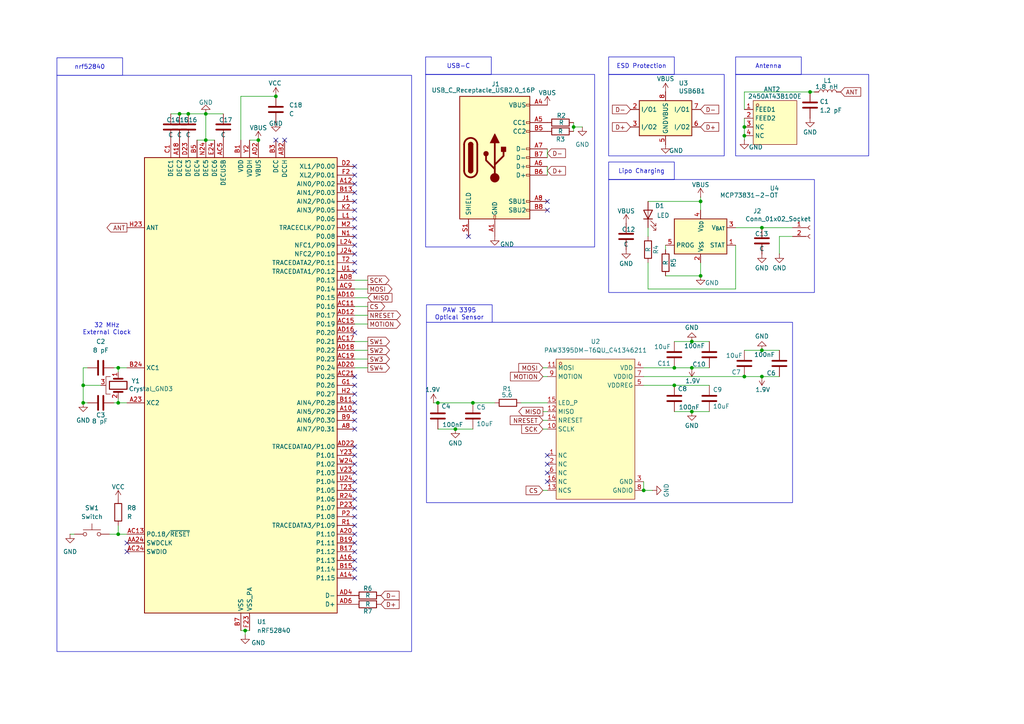
<source format=kicad_sch>
(kicad_sch (version 20250114) (generator "eeschema") (generator_version "9.0")
  (paper "A4")
  (lib_symbols
    (symbol "Battery_Management:MCP73831-2-OT"
      (property "Reference" "U" (at -7.62 6.35 0))
      (property "Value" "MCP73831-2-OT" (at 1.27 6.35 0))
      (symbol "MCP73831-2-OT_0_1"
        (rectangle (start -7.62 5.08) (end 7.62 -5.08) (stroke (width 0.254)) (fill (type background)))
      )
      (symbol "MCP73831-2-OT_1_1"
        (pin input line (at -10.16 -2.54 0) (length 2.54) (name "PROG") (number "5"))
        (pin power_in line (at 0 7.62 270) (length 2.54) (name "V_{DD}") (number "4"))
        (pin power_in line (at 0 -7.62 90) (length 2.54) (name "V_{SS}") (number "2"))
        (pin power_out line (at 10.16 2.54 180) (length 2.54) (name "V_{BAT}") (number "3"))
        (pin tri_state line (at 10.16 -2.54 180) (length 2.54) (name "STAT") (number "1"))
      )
    )
    (symbol "Connector:Conn_01x02_Socket" (pin_names (offset 1.016) (hide yes))
      (property "Reference" "J" (at 0 2.54 0))
      (property "Value" "Conn_01x02_Socket" (at 0 -5.08 0))
      (symbol "Conn_01x02_Socket_1_1"
        (polyline (pts (xy -1.27 0) (xy -0.508 0)) (stroke (width 0.1524)))
        (polyline (pts (xy -1.27 -2.54) (xy -0.508 -2.54)) (stroke (width 0.1524)))
        (arc (start 0 -0.508) (mid -0.5058 0) (end 0 0.508) (stroke (width 0.1524)))
        (arc (start 0 -3.048) (mid -0.5058 -2.54) (end 0 -2.032) (stroke (width 0.1524)))
        (pin passive line (at -5.08 0 0) (length 3.81) (name "Pin_1") (number "1"))
        (pin passive line (at -5.08 -2.54 0) (length 3.81) (name "Pin_2") (number "2"))
      )
    )
    (symbol "Connector:USB_C_Receptacle_USB2.0_16P" (pin_names (offset 1.016))
      (property "Reference" "J" (at 0 22.225 0))
      (property "Value" "USB_C_Receptacle_USB2.0_16P" (at 0 19.685 0))
      (symbol "USB_C_Receptacle_USB2.0_16P_0_0"
        (rectangle (start -0.254 -17.78) (end 0.254 -16.764))
        (rectangle (start 10.16 15.494) (end 9.144 14.986))
        (rectangle (start 10.16 10.414) (end 9.144 9.906))
        (rectangle (start 10.16 7.874) (end 9.144 7.366))
        (rectangle (start 10.16 2.794) (end 9.144 2.286))
        (rectangle (start 10.16 0.254) (end 9.144 -0.254))
        (rectangle (start 10.16 -2.286) (end 9.144 -2.794))
        (rectangle (start 10.16 -4.826) (end 9.144 -5.334))
        (rectangle (start 10.16 -12.446) (end 9.144 -12.954))
        (rectangle (start 10.16 -14.986) (end 9.144 -15.494))
      )
      (symbol "USB_C_Receptacle_USB2.0_16P_0_1"
        (rectangle (start -10.16 17.78) (end 10.16 -17.78) (stroke (width 0.254)) (fill (type background)))
        (polyline (pts (xy -8.89 -3.81) (xy -8.89 3.81)) (stroke (width 0.508)))
        (rectangle (start -7.62 -3.81) (end -6.35 3.81) (stroke (width 0.254)) (fill (type outline)))
        (arc (start -7.62 3.81) (mid -6.985 4.4423) (end -6.35 3.81) (stroke (width 0.254)))
        (arc (start -7.62 3.81) (mid -6.985 4.4423) (end -6.35 3.81) (stroke (width 0.254)) (fill (type outline)))
        (arc (start -8.89 3.81) (mid -6.985 5.7067) (end -5.08 3.81) (stroke (width 0.508)))
        (arc (start -5.08 -3.81) (mid -6.985 -5.7067) (end -8.89 -3.81) (stroke (width 0.508)))
        (arc (start -6.35 -3.81) (mid -6.985 -4.4423) (end -7.62 -3.81) (stroke (width 0.254)))
        (arc (start -6.35 -3.81) (mid -6.985 -4.4423) (end -7.62 -3.81) (stroke (width 0.254)) (fill (type outline)))
        (polyline (pts (xy -5.08 3.81) (xy -5.08 -3.81)) (stroke (width 0.508)))
        (circle (center -2.54 1.143) (radius 0.635) (stroke (width 0.254)) (fill (type outline)))
        (polyline (pts (xy -1.27 4.318) (xy 0 6.858) (xy 1.27 4.318) (xy -1.27 4.318)) (stroke (width 0.254)) (fill (type outline)))
        (polyline (pts (xy 0 -2.032) (xy 2.54 0.508) (xy 2.54 1.778)) (stroke (width 0.508)))
        (polyline (pts (xy 0 -3.302) (xy -2.54 -0.762) (xy -2.54 0.508)) (stroke (width 0.508)))
        (polyline (pts (xy 0 -5.842) (xy 0 4.318)) (stroke (width 0.508)))
        (circle (center 0 -5.842) (radius 1.27) (fill (type outline)))
        (rectangle (start 1.905 1.778) (end 3.175 3.048) (stroke (width 0.254)) (fill (type outline)))
      )
      (symbol "USB_C_Receptacle_USB2.0_16P_1_1"
        (pin passive line (at -7.62 -22.86 90) (length 5.08) (name "SHIELD") (number "S1"))
        (pin passive line (at 0 -22.86 90) (length 5.08) (name "GND") (number "A1"))
        (pin passive line (at 0 -22.86 90) (length 5.08) (hide yes) (name "GND") (number "A12"))
        (pin passive line (at 0 -22.86 90) (length 5.08) (hide yes) (name "GND") (number "B1"))
        (pin passive line (at 0 -22.86 90) (length 5.08) (hide yes) (name "GND") (number "B12"))
        (pin passive line (at 15.24 15.24 180) (length 5.08) (name "VBUS") (number "A4"))
        (pin passive line (at 15.24 15.24 180) (length 5.08) (hide yes) (name "VBUS") (number "A9"))
        (pin passive line (at 15.24 15.24 180) (length 5.08) (hide yes) (name "VBUS") (number "B4"))
        (pin passive line (at 15.24 15.24 180) (length 5.08) (hide yes) (name "VBUS") (number "B9"))
        (pin bidirectional line (at 15.24 10.16 180) (length 5.08) (name "CC1") (number "A5"))
        (pin bidirectional line (at 15.24 7.62 180) (length 5.08) (name "CC2") (number "B5"))
        (pin bidirectional line (at 15.24 2.54 180) (length 5.08) (name "D-") (number "A7"))
        (pin bidirectional line (at 15.24 0 180) (length 5.08) (name "D-") (number "B7"))
        (pin bidirectional line (at 15.24 -2.54 180) (length 5.08) (name "D+") (number "A6"))
        (pin bidirectional line (at 15.24 -5.08 180) (length 5.08) (name "D+") (number "B6"))
        (pin bidirectional line (at 15.24 -12.7 180) (length 5.08) (name "SBU1") (number "A8"))
        (pin bidirectional line (at 15.24 -15.24 180) (length 5.08) (name "SBU2") (number "B8"))
      )
    )
    (symbol "Device:C" (pin_numbers (hide yes)) (pin_names (offset 0.254))
      (property "Reference" "C" (at 0.635 2.54 0))
      (property "Value" "C" (at 0.635 -2.54 0))
      (symbol "C_0_1"
        (polyline (pts (xy -2.032 0.762) (xy 2.032 0.762)) (stroke (width 0.508)))
        (polyline (pts (xy -2.032 -0.762) (xy 2.032 -0.762)) (stroke (width 0.508)))
      )
      (symbol "C_1_1"
        (pin passive line (at 0 3.81 270) (length 2.794) (name "~") (number "1"))
        (pin passive line (at 0 -3.81 90) (length 2.794) (name "~") (number "2"))
      )
    )
    (symbol "Device:Crystal_GND3" (pin_names (offset 1.016) (hide yes))
      (property "Reference" "Y" (at 0 5.715 0))
      (property "Value" "Crystal_GND3" (at 0 3.81 0))
      (symbol "Crystal_GND3_0_1"
        (polyline (pts (xy -2.54 0) (xy -1.905 0)))
        (polyline (pts (xy -2.54 -2.286) (xy -2.54 -3.556) (xy 2.54 -3.556) (xy 2.54 -2.286)))
        (polyline (pts (xy -1.905 -1.27) (xy -1.905 1.27)) (stroke (width 0.508)))
        (rectangle (start -1.143 2.54) (end 1.143 -2.54) (stroke (width 0.3048)))
        (polyline (pts (xy 0 -3.81) (xy 0 -3.556)))
        (polyline (pts (xy 1.905 1.27) (xy 1.905 -1.27)) (stroke (width 0.508)))
        (polyline (pts (xy 1.905 0) (xy 2.54 0)))
      )
      (symbol "Crystal_GND3_1_1"
        (pin passive line (at -3.81 0 0) (length 1.27) (name "1") (number "1"))
        (pin passive line (at 0 -5.08 90) (length 1.27) (name "3") (number "3"))
        (pin passive line (at 3.81 0 180) (length 1.27) (name "2") (number "2"))
      )
    )
    (symbol "Device:L" (pin_numbers (hide yes)) (pin_names (offset 1.016) (hide yes))
      (property "Reference" "L" (at -1.27 0 90))
      (property "Value" "L" (at 1.905 0 90))
      (symbol "L_0_1"
        (arc (start 0 2.54) (mid 0.6323 1.905) (end 0 1.27))
        (arc (start 0 1.27) (mid 0.6323 0.635) (end 0 0))
        (arc (start 0 0) (mid 0.6323 -0.635) (end 0 -1.27))
        (arc (start 0 -1.27) (mid 0.6323 -1.905) (end 0 -2.54))
      )
      (symbol "L_1_1"
        (pin passive line (at 0 3.81 270) (length 1.27) (name "1") (number "1"))
        (pin passive line (at 0 -3.81 90) (length 1.27) (name "2") (number "2"))
      )
    )
    (symbol "Device:LED" (pin_numbers (hide yes)) (pin_names (offset 1.016) (hide yes))
      (property "Reference" "D" (at 0 2.54 0))
      (property "Value" "LED" (at 0 -2.54 0))
      (symbol "LED_0_1"
        (polyline (pts (xy -3.048 -0.762) (xy -4.572 -2.286) (xy -3.81 -2.286) (xy -4.572 -2.286) (xy -4.572 -1.524)))
        (polyline (pts (xy -1.778 -0.762) (xy -3.302 -2.286) (xy -2.54 -2.286) (xy -3.302 -2.286) (xy -3.302 -1.524)))
        (polyline (pts (xy -1.27 0) (xy 1.27 0)))
        (polyline (pts (xy -1.27 -1.27) (xy -1.27 1.27)) (stroke (width 0.254)))
        (polyline (pts (xy 1.27 -1.27) (xy 1.27 1.27) (xy -1.27 0) (xy 1.27 -1.27)) (stroke (width 0.254)))
      )
      (symbol "LED_1_1"
        (pin passive line (at -3.81 0 0) (length 2.54) (name "K") (number "1"))
        (pin passive line (at 3.81 0 180) (length 2.54) (name "A") (number "2"))
      )
    )
    (symbol "Device:R" (pin_numbers (hide yes)) (pin_names (offset 0))
      (property "Reference" "R" (at 2.032 0 90))
      (property "Value" "R" (at 0 0 90))
      (symbol "R_0_1"
        (rectangle (start -1.016 -2.54) (end 1.016 2.54) (stroke (width 0.254)))
      )
      (symbol "R_1_1"
        (pin passive line (at 0 3.81 270) (length 1.27) (name "~") (number "1"))
        (pin passive line (at 0 -3.81 90) (length 1.27) (name "~") (number "2"))
      )
    )
    (symbol "MCU_Nordic:nRF52840"
      (property "Reference" "U" (at 0 5.08 0))
      (property "Value" "nRF52840" (at 0 2.54 0))
      (symbol "nRF52840_0_1"
        (rectangle (start -27.94 66.04) (end 27.94 -66.04) (stroke (width 0.254)) (fill (type background)))
      )
      (symbol "nRF52840_1_1"
        (pin passive line (at -33.02 45.72 0) (length 5.08) (name "ANT") (number "H23"))
        (pin input line (at -33.02 5.08 0) (length 5.08) (name "XC1") (number "B24"))
        (pin input line (at -33.02 -5.08 0) (length 5.08) (name "XC2") (number "A23"))
        (pin bidirectional line (at -33.02 -43.18 0) (length 5.08) (name "P0.18/~{RESET}") (number "AC13"))
        (pin input line (at -33.02 -45.72 0) (length 5.08) (name "SWDCLK") (number "AA24"))
        (pin bidirectional line (at -33.02 -48.26 0) (length 5.08) (name "SWDIO") (number "AC24"))
        (pin passive line (at -20.32 71.12 270) (length 5.08) (name "DEC1") (number "C1"))
        (pin passive line (at -17.78 71.12 270) (length 5.08) (name "DEC2") (number "A18"))
        (pin passive line (at -15.24 71.12 270) (length 5.08) (name "DEC3") (number "D23"))
        (pin passive line (at -12.7 71.12 270) (length 5.08) (name "DEC4") (number "B5"))
        (pin passive line (at -10.16 71.12 270) (length 5.08) (name "DEC5") (number "N24"))
        (pin passive line (at -7.62 71.12 270) (length 5.08) (name "DEC6") (number "E24"))
        (pin passive line (at -5.08 71.12 270) (length 5.08) (name "DECUSB") (number "AC5"))
        (pin passive line (at 0 71.12 270) (length 5.08) (hide yes) (name "VDD") (number "A22"))
        (pin passive line (at 0 71.12 270) (length 5.08) (hide yes) (name "VDD") (number "AD14"))
        (pin passive line (at 0 71.12 270) (length 5.08) (hide yes) (name "VDD") (number "AD23"))
        (pin power_in line (at 0 71.12 270) (length 5.08) (name "VDD") (number "B1"))
        (pin passive line (at 0 71.12 270) (length 5.08) (hide yes) (name "VDD") (number "W1"))
        (pin power_in line (at 0 -71.12 90) (length 5.08) (name "VSS") (number "B7"))
        (pin passive line (at 0 -71.12 90) (length 5.08) (hide yes) (name "VSS") (number "EP"))
        (pin power_in line (at 2.54 71.12 270) (length 5.08) (name "VDDH") (number "Y2"))
        (pin power_in line (at 2.54 -71.12 90) (length 5.08) (name "VSS_PA") (number "F23"))
        (pin power_in line (at 5.08 71.12 270) (length 5.08) (name "VBUS") (number "AD2"))
        (pin power_out line (at 10.16 71.12 270) (length 5.08) (name "DCC") (number "B3"))
        (pin power_out line (at 12.7 71.12 270) (length 5.08) (name "DCCH") (number "AB2"))
        (pin bidirectional line (at 33.02 63.5 180) (length 5.08) (name "XL1/P0.00") (number "D2"))
        (pin bidirectional line (at 33.02 60.96 180) (length 5.08) (name "XL2/P0.01") (number "F2"))
        (pin bidirectional line (at 33.02 58.42 180) (length 5.08) (name "AIN0/P0.02") (number "A12"))
        (pin bidirectional line (at 33.02 55.88 180) (length 5.08) (name "AIN1/P0.03") (number "B13"))
        (pin bidirectional line (at 33.02 53.34 180) (length 5.08) (name "AIN2/P0.04") (number "J1"))
        (pin bidirectional line (at 33.02 50.8 180) (length 5.08) (name "AIN3/P0.05") (number "K2"))
        (pin bidirectional line (at 33.02 48.26 180) (length 5.08) (name "P0.06") (number "L1"))
        (pin bidirectional line (at 33.02 45.72 180) (length 5.08) (name "TRACECLK/P0.07") (number "M2"))
        (pin bidirectional line (at 33.02 43.18 180) (length 5.08) (name "P0.08") (number "N1"))
        (pin bidirectional line (at 33.02 40.64 180) (length 5.08) (name "NFC1/P0.09") (number "L24"))
        (pin bidirectional line (at 33.02 38.1 180) (length 5.08) (name "NFC2/P0.10") (number "J24"))
        (pin bidirectional line (at 33.02 35.56 180) (length 5.08) (name "TRACEDATA2/P0.11") (number "T2"))
        (pin bidirectional line (at 33.02 33.02 180) (length 5.08) (name "TRACEDATA1/P0.12") (number "U1"))
        (pin bidirectional line (at 33.02 30.48 180) (length 5.08) (name "P0.13") (number "AD8"))
        (pin bidirectional line (at 33.02 27.94 180) (length 5.08) (name "P0.14") (number "AC9"))
        (pin bidirectional line (at 33.02 25.4 180) (length 5.08) (name "P0.15") (number "AD10"))
        (pin bidirectional line (at 33.02 22.86 180) (length 5.08) (name "P0.16") (number "AC11"))
        (pin bidirectional line (at 33.02 20.32 180) (length 5.08) (name "P0.17") (number "AD12"))
        (pin bidirectional line (at 33.02 17.78 180) (length 5.08) (name "P0.19") (number "AC15"))
        (pin bidirectional line (at 33.02 15.24 180) (length 5.08) (name "P0.20") (number "AD16"))
        (pin bidirectional line (at 33.02 12.7 180) (length 5.08) (name "P0.21") (number "AC17"))
        (pin bidirectional line (at 33.02 10.16 180) (length 5.08) (name "P0.22") (number "AD18"))
        (pin bidirectional line (at 33.02 7.62 180) (length 5.08) (name "P0.23") (number "AC19"))
        (pin bidirectional line (at 33.02 5.08 180) (length 5.08) (name "P0.24") (number "AD20"))
        (pin bidirectional line (at 33.02 2.54 180) (length 5.08) (name "P0.25") (number "AC21"))
        (pin bidirectional line (at 33.02 0 180) (length 5.08) (name "P0.26") (number "G1"))
        (pin bidirectional line (at 33.02 -2.54 180) (length 5.08) (name "P0.27") (number "H2"))
        (pin bidirectional line (at 33.02 -5.08 180) (length 5.08) (name "AIN4/P0.28") (number "B11"))
        (pin bidirectional line (at 33.02 -7.62 180) (length 5.08) (name "AIN5/P0.29") (number "A10"))
        (pin bidirectional line (at 33.02 -10.16 180) (length 5.08) (name "AIN6/P0.30") (number "B9"))
        (pin bidirectional line (at 33.02 -12.7 180) (length 5.08) (name "AIN7/P0.31") (number "A8"))
        (pin bidirectional line (at 33.02 -17.78 180) (length 5.08) (name "TRACEDATA0/P1.00") (number "AD22"))
        (pin bidirectional line (at 33.02 -20.32 180) (length 5.08) (name "P1.01") (number "Y23"))
        (pin bidirectional line (at 33.02 -22.86 180) (length 5.08) (name "P1.02") (number "W24"))
        (pin bidirectional line (at 33.02 -25.4 180) (length 5.08) (name "P1.03") (number "V23"))
        (pin bidirectional line (at 33.02 -27.94 180) (length 5.08) (name "P1.04") (number "U24"))
        (pin bidirectional line (at 33.02 -30.48 180) (length 5.08) (name "P1.05") (number "T23"))
        (pin bidirectional line (at 33.02 -33.02 180) (length 5.08) (name "P1.06") (number "R24"))
        (pin bidirectional line (at 33.02 -35.56 180) (length 5.08) (name "P1.07") (number "P23"))
        (pin bidirectional line (at 33.02 -38.1 180) (length 5.08) (name "P1.08") (number "P2"))
        (pin bidirectional line (at 33.02 -40.64 180) (length 5.08) (name "TRACEDATA3/P1.09") (number "R1"))
        (pin bidirectional line (at 33.02 -43.18 180) (length 5.08) (name "P1.10") (number "A20"))
        (pin bidirectional line (at 33.02 -45.72 180) (length 5.08) (name "P1.11") (number "B19"))
        (pin bidirectional line (at 33.02 -48.26 180) (length 5.08) (name "P1.12") (number "B17"))
        (pin bidirectional line (at 33.02 -50.8 180) (length 5.08) (name "P1.13") (number "A16"))
        (pin bidirectional line (at 33.02 -53.34 180) (length 5.08) (name "P1.14") (number "B15"))
        (pin bidirectional line (at 33.02 -55.88 180) (length 5.08) (name "P1.15") (number "A14"))
        (pin bidirectional line (at 33.02 -60.96 180) (length 5.08) (name "D-") (number "AD4"))
        (pin bidirectional line (at 33.02 -63.5 180) (length 5.08) (name "D+") (number "AD6"))
      )
    )
    (symbol "Power_Protection:USB6B1"
      (property "Reference" "U" (at 6.35 6.35 0))
      (property "Value" "USB6B1" (at 5.08 -6.35 0))
      (symbol "USB6B1_0_1"
        (rectangle (start -7.62 -5.08) (end 7.62 5.08) (stroke (width 0.254)) (fill (type background)))
      )
      (symbol "USB6B1_1_1"
        (pin passive line (at -10.16 2.54 0) (length 2.54) (name "I/O1") (number "2"))
        (pin passive line (at -10.16 -2.54 0) (length 2.54) (name "I/O2") (number "3"))
        (pin passive line (at 0 7.62 270) (length 2.54) (hide yes) (name "VBUS") (number "1"))
        (pin passive line (at 0 7.62 270) (length 2.54) (name "VBUS") (number "8"))
        (pin passive line (at 0 -7.62 90) (length 2.54) (hide yes) (name "GND") (number "4"))
        (pin passive line (at 0 -7.62 90) (length 2.54) (name "GND") (number "5"))
        (pin passive line (at 10.16 2.54 180) (length 2.54) (name "I/O1") (number "7"))
        (pin passive line (at 10.16 -2.54 180) (length 2.54) (name "I/O2") (number "6"))
      )
    )
    (symbol "ScottoKeebs:Placeholder_Switch" (pin_numbers (hide yes)) (pin_names (offset 1.016) (hide yes))
      (property "Reference" "SW" (at 1.27 2.54 0))
      (property "Value" "Switch" (at 0 -1.524 0))
      (symbol "Placeholder_Switch_0_1"
        (circle (center -2.032 0) (radius 0.508))
        (polyline (pts (xy 0 1.27) (xy 0 3.048)))
        (circle (center 2.032 0) (radius 0.508))
        (polyline (pts (xy 2.54 1.27) (xy -2.54 1.27)))
        (pin passive line (at -5.08 0 0) (length 2.54) (name "1") (number "1"))
        (pin passive line (at 5.08 0 180) (length 2.54) (name "2") (number "2"))
      )
    )
    (symbol "antenna:2450AT43B100E"
      (property "Reference" "ANT" (at 0 8.89 0))
      (property "Value" "2450AT43B100E" (at 0 -8.89 0))
      (symbol "2450AT43B100E_0_1"
        (rectangle (start -5.08 6.35) (end 7.62 -6.35) (fill (type background)))
        (circle (center -3.81 5.08) (radius 0.38))
        (pin unspecified line (at -7.62 3.81 0) (length 2.54) (name "FEED1") (number "1"))
        (pin unspecified line (at -7.62 1.27 0) (length 2.54) (name "FEED2") (number "2"))
        (pin unspecified line (at -7.62 -1.27 0) (length 2.54) (name "NC") (number "3"))
        (pin unspecified line (at -7.62 -3.81 0) (length 2.54) (name "NC") (number "4"))
      )
    )
    (symbol "easyeda2kicad:PAW3395DM-T6QU_C41346211"
      (property "Reference" "U" (at 0 22.86 0))
      (property "Value" "PAW3395DM-T6QU_C41346211" (at 0 -22.86 0))
      (symbol "PAW3395DM-T6QU_C41346211_0_1"
        (rectangle (start -11.43 20.32) (end 11.43 -20.32) (fill (type background)))
        (circle (center -10.16 19.05) (radius 0.38))
        (pin unspecified line (at -13.97 17.78 0) (length 2.54) (name "MOSI") (number "11"))
        (pin unspecified line (at -13.97 15.24 0) (length 2.54) (name "MOTION") (number "9"))
        (pin unspecified line (at -13.97 7.62 0) (length 2.54) (name "LED_P") (number "15"))
        (pin unspecified line (at -13.97 5.08 0) (length 2.54) (name "MISO") (number "12"))
        (pin unspecified line (at -13.97 2.54 0) (length 2.54) (name "NRESET") (number "14"))
        (pin unspecified line (at -13.97 0 0) (length 2.54) (name "SCLK") (number "10"))
        (pin unspecified line (at -13.97 -7.62 0) (length 2.54) (name "NC") (number "1"))
        (pin unspecified line (at -13.97 -10.16 0) (length 2.54) (name "NC") (number "2"))
        (pin unspecified line (at -13.97 -12.7 0) (length 2.54) (name "NC") (number "6"))
        (pin unspecified line (at -13.97 -15.24 0) (length 2.54) (name "NC") (number "16"))
        (pin unspecified line (at -13.97 -17.78 0) (length 2.54) (name "NCS") (number "13"))
        (pin unspecified line (at 13.97 17.78 180) (length 2.54) (name "VDD") (number "4"))
        (pin unspecified line (at 13.97 15.24 180) (length 2.54) (name "VDDIO") (number "7"))
        (pin unspecified line (at 13.97 12.7 180) (length 2.54) (name "VDDREG") (number "5"))
        (pin unspecified line (at 13.97 -15.24 180) (length 2.54) (name "GND") (number "3"))
        (pin unspecified line (at 13.97 -17.78 180) (length 2.54) (name "GNDIO") (number "8"))
      )
    )
    (symbol "power:GND" (power) (pin_numbers (hide yes)) (pin_names (offset 0) (hide yes))
      (property "Value" "GND" (at 0 -3.81 0))
      (symbol "GND_0_1"
        (polyline (pts (xy 0 0) (xy 0 -1.27) (xy 1.27 -1.27) (xy 0 -2.54) (xy -1.27 -1.27) (xy 0 -1.27)))
      )
      (symbol "GND_1_1"
        (pin power_in line (at 0 0 270) (length 0) (name "~") (number "1"))
      )
    )
    (symbol "power:VBUS" (power) (pin_numbers (hide yes)) (pin_names (offset 0) (hide yes))
      (property "Value" "VBUS" (at 0 3.556 0))
      (symbol "VBUS_0_1"
        (polyline (pts (xy -0.762 1.27) (xy 0 2.54)))
        (polyline (pts (xy 0 2.54) (xy 0.762 1.27)))
        (polyline (pts (xy 0 0) (xy 0 2.54)))
      )
      (symbol "VBUS_1_1"
        (pin power_in line (at 0 0 90) (length 0) (name "~") (number "1"))
      )
    )
  )
  (rectangle (start 123.444 21.59) (end 172.466 71.628))
  (rectangle (start 176.53 21.59) (end 210.058 45.212))
  (rectangle (start 176.53 52.07) (end 236.22 84.836))
  (rectangle (start 213.36 21.59) (end 251.968 45.212))
  (rectangle (start 16.51 21.844) (end 119.38 188.976))
  (rectangle (start 123.698 93.472) (end 229.87 145.796))
  (text "32 MHz\nExternal Clock\n" (at 30.988 95.504 0) (effects (font (size 1.27 1.27))))
  (text_box "nrf52840" (at 16.51 16.764 0) (size 19.05 5.08) (margins 0.9525 0.9525 0.9525 0.9525) (effects (font (size 1.27 1.27))))
  (text_box "PAW 3395 Optical Sensor" (at 123.698 88.392 0) (size 19.05 5.08) (margins 0.9525 0.9525 0.9525 0.9525) (effects (font (size 1.27 1.27))))
  (text_box "Antenna\n" (at 213.36 16.51 0) (size 19.05 5.08) (margins 0.9525 0.9525 0.9525 0.9525) (effects (font (size 1.27 1.27))))
  (text_box "Lipo Charging\n" (at 176.53 46.99 0) (size 19.05 5.08) (margins 0.9525 0.9525 0.9525 0.9525) (effects (font (size 1.27 1.27))))
  (text_box "ESD Protection\n" (at 176.53 16.51 0) (size 19.05 5.08) (margins 0.9525 0.9525 0.9525 0.9525) (effects (font (size 1.27 1.27))))
  (text_box "USB-C\n" (at 123.444 16.51 0) (size 19.05 5.08) (margins 0.9525 0.9525 0.9525 0.9525) (effects (font (size 1.27 1.27))))
  (junction (at 34.29 116.84))
  (junction (at 200.66 106.68))
  (junction (at 215.9 36.83))
  (junction (at 24.13 116.84))
  (junction (at 24.13 111.76))
  (junction (at 137.16 116.84))
  (junction (at 195.58 106.68))
  (junction (at 34.29 154.94))
  (junction (at 220.98 66.04))
  (junction (at 200.66 119.38))
  (junction (at 59.69 33.02))
  (junction (at 215.9 39.37))
  (junction (at 215.9 109.22))
  (junction (at 52.07 33.02))
  (junction (at 127 116.84))
  (junction (at 71.12 182.88))
  (junction (at 166.37 36.83))
  (junction (at 220.98 109.22))
  (junction (at 132.08 124.46))
  (junction (at 203.2 80.01))
  (junction (at 34.29 106.68))
  (junction (at 200.66 99.06))
  (junction (at 203.2 58.42))
  (junction (at 74.93 40.64))
  (junction (at 59.69 40.64))
  (junction (at 195.58 111.76))
  (junction (at 54.61 33.02))
  (junction (at 80.01 27.94))
  (junction (at 186.69 142.24))
  (junction (at 220.98 101.6))
  (junction (at 234.95 26.67))
  (no_connect (at 102.87 134.62))
  (no_connect (at 102.87 142.24))
  (no_connect (at 158.75 137.16))
  (no_connect (at 102.87 132.08))
  (no_connect (at 102.87 73.66))
  (no_connect (at 102.87 63.5))
  (no_connect (at 36.83 160.02))
  (no_connect (at 102.87 149.86))
  (no_connect (at 102.87 114.3))
  (no_connect (at 102.87 144.78))
  (no_connect (at 102.87 116.84))
  (no_connect (at 102.87 152.4))
  (no_connect (at 158.75 139.7))
  (no_connect (at 102.87 137.16))
  (no_connect (at 102.87 96.52))
  (no_connect (at 102.87 121.92))
  (no_connect (at 102.87 154.94))
  (no_connect (at 158.75 132.08))
  (no_connect (at 102.87 165.1))
  (no_connect (at 102.87 48.26))
  (no_connect (at 102.87 162.56))
  (no_connect (at 102.87 129.54))
  (no_connect (at 36.83 157.48))
  (no_connect (at 158.75 58.42))
  (no_connect (at 102.87 147.32))
  (no_connect (at 102.87 71.12))
  (no_connect (at 102.87 119.38))
  (no_connect (at 102.87 58.42))
  (no_connect (at 102.87 55.88))
  (no_connect (at 102.87 76.2))
  (no_connect (at 102.87 167.64))
  (no_connect (at 102.87 50.8))
  (no_connect (at 82.55 40.64))
  (no_connect (at 158.75 134.62))
  (no_connect (at 102.87 53.34))
  (no_connect (at 102.87 157.48))
  (no_connect (at 102.87 124.46))
  (no_connect (at 102.87 139.7))
  (no_connect (at 102.87 109.22))
  (no_connect (at 80.01 40.64))
  (no_connect (at 102.87 160.02))
  (no_connect (at 102.87 68.58))
  (no_connect (at 102.87 111.76))
  (no_connect (at 135.89 68.58))
  (no_connect (at 158.75 60.96))
  (no_connect (at 102.87 60.96))
  (no_connect (at 102.87 66.04))
  (no_connect (at 102.87 78.74))
  (wire (pts (xy 189.23 142.24) (xy 186.69 142.24)))
  (wire (pts (xy 200.66 106.68) (xy 205.74 106.68)))
  (wire (pts (xy 195.58 119.38) (xy 200.66 119.38)))
  (wire (pts (xy 33.02 106.68) (xy 34.29 106.68)))
  (wire (pts (xy 226.06 109.22) (xy 220.98 109.22)))
  (wire (pts (xy 234.95 26.67) (xy 236.22 26.67)))
  (wire (pts (xy 157.48 124.46) (xy 158.75 124.46)))
  (wire (pts (xy 29.21 111.76) (xy 24.13 111.76)))
  (wire (pts (xy 102.87 83.82) (xy 106.68 83.82)))
  (wire (pts (xy 157.48 142.24) (xy 158.75 142.24)))
  (wire (pts (xy 21.59 154.94) (xy 20.32 154.94)))
  (wire (pts (xy 127 124.46) (xy 132.08 124.46)))
  (wire (pts (xy 151.13 116.84) (xy 158.75 116.84)))
  (wire (pts (xy 137.16 116.84) (xy 143.51 116.84)))
  (wire (pts (xy 215.9 36.83) (xy 215.9 39.37)))
  (wire (pts (xy 157.48 121.92) (xy 158.75 121.92)))
  (wire (pts (xy 49.53 33.02) (xy 52.07 33.02)))
  (wire (pts (xy 132.08 124.46) (xy 137.16 124.46)))
  (wire (pts (xy 34.29 106.68) (xy 36.83 106.68)))
  (wire (pts (xy 102.87 106.68) (xy 106.68 106.68)))
  (wire (pts (xy 215.9 39.37) (xy 215.9 40.64)))
  (wire (pts (xy 186.69 109.22) (xy 215.9 109.22)))
  (wire (pts (xy 157.48 109.22) (xy 158.75 109.22)))
  (wire (pts (xy 220.98 109.22) (xy 215.9 109.22)))
  (wire (pts (xy 69.85 182.88) (xy 71.12 182.88)))
  (wire (pts (xy 203.2 80.01) (xy 203.2 76.2)))
  (wire (pts (xy 25.4 106.68) (xy 24.13 106.68)))
  (wire (pts (xy 102.87 91.44) (xy 106.68 91.44)))
  (wire (pts (xy 102.87 88.9) (xy 106.68 88.9)))
  (wire (pts (xy 166.37 35.56) (xy 166.37 36.83)))
  (wire (pts (xy 226.06 101.6) (xy 220.98 101.6)))
  (wire (pts (xy 102.87 81.28) (xy 106.68 81.28)))
  (wire (pts (xy 200.66 119.38) (xy 205.74 119.38)))
  (wire (pts (xy 158.75 48.26) (xy 158.75 50.8)))
  (wire (pts (xy 102.87 104.14) (xy 106.68 104.14)))
  (wire (pts (xy 34.29 116.84) (xy 34.29 115.57)))
  (wire (pts (xy 102.87 93.98) (xy 106.68 93.98)))
  (wire (pts (xy 186.69 111.76) (xy 195.58 111.76)))
  (wire (pts (xy 157.48 119.38) (xy 158.75 119.38)))
  (wire (pts (xy 24.13 106.68) (xy 24.13 111.76)))
  (wire (pts (xy 187.96 83.82) (xy 187.96 76.2)))
  (wire (pts (xy 34.29 154.94) (xy 36.83 154.94)))
  (wire (pts (xy 52.07 33.02) (xy 54.61 33.02)))
  (wire (pts (xy 34.29 152.4) (xy 34.29 154.94)))
  (wire (pts (xy 34.29 116.84) (xy 36.83 116.84)))
  (wire (pts (xy 54.61 33.02) (xy 59.69 33.02)))
  (wire (pts (xy 215.9 34.29) (xy 215.9 36.83)))
  (wire (pts (xy 57.15 40.64) (xy 59.69 40.64)))
  (wire (pts (xy 226.06 68.58) (xy 226.06 73.66)))
  (wire (pts (xy 80.01 27.94) (xy 69.85 27.94)))
  (wire (pts (xy 193.04 72.39) (xy 193.04 71.12)))
  (wire (pts (xy 186.69 106.68) (xy 195.58 106.68)))
  (wire (pts (xy 31.75 154.94) (xy 34.29 154.94)))
  (wire (pts (xy 213.36 83.82) (xy 187.96 83.82)))
  (wire (pts (xy 102.87 86.36) (xy 106.68 86.36)))
  (wire (pts (xy 195.58 111.76) (xy 205.74 111.76)))
  (wire (pts (xy 213.36 66.04) (xy 220.98 66.04)))
  (wire (pts (xy 72.39 40.64) (xy 74.93 40.64)))
  (wire (pts (xy 186.69 139.7) (xy 186.69 142.24)))
  (wire (pts (xy 102.87 101.6) (xy 106.68 101.6)))
  (wire (pts (xy 127 116.84) (xy 137.16 116.84)))
  (wire (pts (xy 220.98 101.6) (xy 215.9 101.6)))
  (wire (pts (xy 71.12 184.15) (xy 71.12 182.88)))
  (wire (pts (xy 215.9 26.67) (xy 234.95 26.67)))
  (wire (pts (xy 215.9 26.67) (xy 215.9 31.75)))
  (wire (pts (xy 220.98 66.04) (xy 229.87 66.04)))
  (wire (pts (xy 69.85 27.94) (xy 69.85 40.64)))
  (wire (pts (xy 59.69 40.64) (xy 62.23 40.64)))
  (wire (pts (xy 203.2 58.42) (xy 203.2 60.96)))
  (wire (pts (xy 24.13 116.84) (xy 25.4 116.84)))
  (wire (pts (xy 195.58 106.68) (xy 200.66 106.68)))
  (wire (pts (xy 157.48 106.68) (xy 158.75 106.68)))
  (wire (pts (xy 187.96 66.04) (xy 187.96 68.58)))
  (wire (pts (xy 187.96 58.42) (xy 203.2 58.42)))
  (wire (pts (xy 158.75 43.18) (xy 158.75 45.72)))
  (wire (pts (xy 102.87 99.06) (xy 106.68 99.06)))
  (wire (pts (xy 24.13 111.76) (xy 24.13 116.84)))
  (wire (pts (xy 59.69 33.02) (xy 64.77 33.02)))
  (wire (pts (xy 71.12 182.88) (xy 72.39 182.88)))
  (wire (pts (xy 193.04 80.01) (xy 203.2 80.01)))
  (wire (pts (xy 205.74 99.06) (xy 200.66 99.06)))
  (wire (pts (xy 34.29 106.68) (xy 34.29 107.95)))
  (wire (pts (xy 203.2 57.15) (xy 203.2 58.42)))
  (wire (pts (xy 59.69 33.02) (xy 59.69 40.64)))
  (wire (pts (xy 166.37 36.83) (xy 168.91 36.83)))
  (wire (pts (xy 33.02 116.84) (xy 34.29 116.84)))
  (wire (pts (xy 229.87 68.58) (xy 226.06 68.58)))
  (wire (pts (xy 200.66 99.06) (xy 195.58 99.06)))
  (wire (pts (xy 213.36 71.12) (xy 213.36 83.82)))
  (wire (pts (xy 166.37 36.83) (xy 166.37 38.1)))
  (wire (pts (xy 125.73 116.84) (xy 127 116.84)))
  (global_label "MOSI" (shape input) (at 157.48 106.68 180) (property "Intersheetrefs" "${INTERSHEET_REFS}" (effects (hide yes))))
  (global_label "SW2" (shape output) (at 106.68 101.6 0) (property "Intersheetrefs" "${INTERSHEET_REFS}" (effects (hide yes))))
  (global_label "MISO" (shape output) (at 157.48 119.38 180) (property "Intersheetrefs" "${INTERSHEET_REFS}" (effects (hide yes))))
  (global_label "SW1" (shape output) (at 106.68 99.06 0) (property "Intersheetrefs" "${INTERSHEET_REFS}" (effects (hide yes))))
  (global_label "D-" (shape input) (at 158.75 44.45 0) (property "Intersheetrefs" "${INTERSHEET_REFS}" (effects (hide yes))))
  (global_label "CS" (shape input) (at 157.48 142.24 180) (property "Intersheetrefs" "${INTERSHEET_REFS}" (effects (hide yes))))
  (global_label "SW4" (shape output) (at 106.68 106.68 0) (property "Intersheetrefs" "${INTERSHEET_REFS}" (effects (hide yes))))
  (global_label "SCK" (shape input) (at 157.48 124.46 180) (property "Intersheetrefs" "${INTERSHEET_REFS}" (effects (hide yes))))
  (global_label "D-" (shape input) (at 110.49 172.72 0) (property "Intersheetrefs" "${INTERSHEET_REFS}" (effects (hide yes))))
  (global_label "CS" (shape output) (at 106.68 88.9 0) (property "Intersheetrefs" "${INTERSHEET_REFS}" (effects (hide yes))))
  (global_label "D-" (shape input) (at 203.2 31.75 0) (property "Intersheetrefs" "${INTERSHEET_REFS}" (effects (hide yes))))
  (global_label "ANT" (shape input) (at 243.84 26.67 0) (property "Intersheetrefs" "${INTERSHEET_REFS}" (effects (hide yes))))
  (global_label "MOTION" (shape input) (at 157.48 109.22 180) (property "Intersheetrefs" "${INTERSHEET_REFS}" (effects (hide yes))))
  (global_label "MOTION" (shape output) (at 106.68 93.98 0) (property "Intersheetrefs" "${INTERSHEET_REFS}" (effects (hide yes))))
  (global_label "ANT" (shape output) (at 36.83 66.04 180) (property "Intersheetrefs" "${INTERSHEET_REFS}" (effects (hide yes))))
  (global_label "NRESET" (shape output) (at 106.68 91.44 0) (property "Intersheetrefs" "${INTERSHEET_REFS}" (effects (hide yes))))
  (global_label "D+" (shape input) (at 182.88 36.83 180) (property "Intersheetrefs" "${INTERSHEET_REFS}" (effects (hide yes))))
  (global_label "MOSI" (shape output) (at 106.68 83.82 0) (property "Intersheetrefs" "${INTERSHEET_REFS}" (effects (hide yes))))
  (global_label "D+" (shape input) (at 110.49 175.26 0) (property "Intersheetrefs" "${INTERSHEET_REFS}" (effects (hide yes))))
  (global_label "SW3" (shape output) (at 106.68 104.14 0) (property "Intersheetrefs" "${INTERSHEET_REFS}" (effects (hide yes))))
  (global_label "SCK" (shape output) (at 106.68 81.28 0) (property "Intersheetrefs" "${INTERSHEET_REFS}" (effects (hide yes))))
  (global_label "D+" (shape input) (at 203.2 36.83 0) (property "Intersheetrefs" "${INTERSHEET_REFS}" (effects (hide yes))))
  (global_label "D-" (shape input) (at 182.88 31.75 180) (property "Intersheetrefs" "${INTERSHEET_REFS}" (effects (hide yes))))
  (global_label "NRESET" (shape input) (at 157.48 121.92 180) (property "Intersheetrefs" "${INTERSHEET_REFS}" (effects (hide yes))))
  (global_label "MISO" (shape input) (at 106.68 86.36 0) (property "Intersheetrefs" "${INTERSHEET_REFS}" (effects (hide yes))))
  (global_label "D+" (shape input) (at 158.75 49.53 0) (property "Intersheetrefs" "${INTERSHEET_REFS}" (effects (hide yes))))
  (symbol (lib_id "Device:C") (at 54.61 36.83 0) (unit 1)
    (property "Reference" "C16" (at 53.34 34.798 0) (effects (justify left)))
    (property "Value" "C" (at 53.848 39.116 0) (effects (justify left)))
    (property "Description" "Unpolarized capacitor" (effects (hide yes)))
  )
  (symbol (lib_id "power:GND") (at 181.61 72.39 0) (unit 1)
    (property "Reference" "#PWR014" (effects (hide yes)))
    (property "Value" "GND" (at 181.61 76.454 0))
    (property "Description" "Power symbol creates a global label with name \"GND\" , ground" (effects (hide yes)))
  )
  (symbol (lib_id "Device:C") (at 29.21 116.84 90) (unit 1)
    (property "Reference" "C3" (at 29.21 120.396 90))
    (property "Value" "8 pF" (at 28.956 122.174 90))
    (property "Description" "Unpolarized capacitor" (effects (hide yes)))
  )
  (symbol (lib_id "Device:C") (at 205.74 115.57 0) (unit 1)
    (property "Reference" "C9" (at 206.756 113.03 0) (effects (justify left)))
    (property "Value" "10uF" (at 206.756 117.856 0) (effects (justify left)))
    (property "Description" "Unpolarized capacitor" (effects (hide yes)))
  )
  (symbol (lib_id "power:GND") (at 80.01 35.56 0) (unit 1)
    (property "Reference" "#PWR023" (effects (hide yes)))
    (property "Value" "GND" (at 80.01 35.814 0))
    (property "Description" "Power symbol creates a global label with name \"GND\" , ground" (effects (hide yes)))
  )
  (symbol (lib_id "power:GND") (at 220.98 101.6 180) (unit 1)
    (property "Reference" "#PWR07" (effects (hide yes)))
    (property "Value" "GND" (at 220.98 97.536 0))
    (property "Description" "Power symbol creates a global label with name \"GND\" , ground" (effects (hide yes)))
  )
  (symbol (lib_id "Power_Protection:USB6B1") (at 193.04 34.29 0) (unit 1)
    (property "Reference" "U3" (at 196.85 24.13 0) (effects (justify left)))
    (property "Value" "USB6B1" (at 196.85 26.416 0) (effects (justify left)))
    (property "Footprint" "Package_SO:SOIC-8_3.9x4.9mm_P1.27mm" (effects (hide yes)))
    (property "Datasheet" "http://www.st.com/content/ccc/resource/technical/document/datasheet/3e/ec/b2/54/b2/76/47/90/CD00001361.pdf/files/CD00001361.pdf/jcr:content/translations/en.CD00001361.pdf" (effects (hide yes)))
    (property "Description" "5V Data line protection" (effects (hide yes)))
  )
  (symbol (lib_id "power:GND") (at 200.66 99.06 180) (unit 1)
    (property "Reference" "#PWR09" (effects (hide yes)))
    (property "Value" "GND" (at 200.66 94.996 0))
    (property "Description" "Power symbol creates a global label with name \"GND\" , ground" (effects (hide yes)))
  )
  (symbol (lib_id "power:GND") (at 215.9 40.64 0) (unit 1)
    (property "Reference" "#PWR01" (effects (hide yes)))
    (property "Value" "GND" (at 219.202 42.672 0))
    (property "Description" "Power symbol creates a global label with name \"GND\" , ground" (effects (hide yes)))
  )
  (symbol (lib_id "power:GND") (at 71.12 184.15 0) (unit 1)
    (property "Reference" "#PWR024" (effects (hide yes)))
    (property "Value" "GND" (at 74.93 186.436 0))
    (property "Description" "Power symbol creates a global label with name \"GND\" , ground" (effects (hide yes)))
  )
  (symbol (lib_id "Device:R") (at 106.68 172.72 90) (unit 1)
    (property "Reference" "R6" (at 106.68 170.688 90))
    (property "Value" "R" (at 106.68 172.72 90))
    (property "Description" "Resistor" (effects (hide yes)))
  )
  (symbol (lib_id "Device:LED") (at 187.96 62.23 90) (unit 1)
    (property "Reference" "D1" (at 189.992 59.69 90) (effects (justify right)))
    (property "Value" "LED" (at 190.5 62.484 90) (effects (justify right)))
    (property "Description" "Light emitting diode" (effects (hide yes)))
    (property "Sim.Pins" "1=K 2=A" (effects (hide yes)))
  )
  (symbol (lib_id "Device:C") (at 234.95 30.48 0) (unit 1)
    (property "Reference" "C1" (at 237.744 29.464 0) (effects (justify left)))
    (property "Value" "1.2 pF" (at 237.744 32.004 0) (effects (justify left)))
    (property "Description" "Unpolarized capacitor" (effects (hide yes)))
  )
  (symbol (lib_id "power:GND") (at 220.98 73.66 0) (unit 1)
    (property "Reference" "#PWR018" (effects (hide yes)))
    (property "Value" "GND" (at 220.98 77.724 0))
    (property "Description" "Power symbol creates a global label with name \"GND\" , ground" (effects (hide yes)))
  )
  (symbol (lib_id "Battery_Management:MCP73831-2-OT") (at 203.2 68.58 0) (unit 1)
    (property "Reference" "U4" (at 223.266 54.61 0) (effects (justify left)))
    (property "Value" "MCP73831-2-OT" (at 208.788 56.642 0) (effects (justify left)))
    (property "Footprint" "Package_TO_SOT_SMD:SOT-23-5" (effects (hide yes)))
    (property "Datasheet" "http://ww1.microchip.com/downloads/en/DeviceDoc/20001984g.pdf" (effects (hide yes)))
    (property "Description" "Single cell, Li-Ion/Li-Po charge management controller, 4.20V, Tri-State Status Output, in SOT23-5 package" (effects (hide yes)))
  )
  (symbol (lib_id "power:VBUS") (at 203.2 57.15 0) (unit 1)
    (property "Reference" "#PWR016" (effects (hide yes)))
    (property "Value" "VBUS" (at 203.2 53.594 0))
    (property "Description" "Power symbol creates a global label with name \"VBUS\"" (effects (hide yes)))
  )
  (symbol (lib_id "power:VBUS") (at 80.01 27.94 0) (unit 1)
    (property "Reference" "#PWR022" (effects (hide yes)))
    (property "Value" "VCC" (at 79.756 24.13 0))
    (property "Description" "Power symbol creates a global label with name \"VBUS\"" (effects (hide yes)))
  )
  (symbol (lib_id "Connector:Conn_01x02_Socket") (at 234.95 66.04 0) (unit 1)
    (property "Reference" "J2" (at 218.44 61.214 0) (effects (justify left)))
    (property "Value" "Conn_01x02_Socket" (at 216.154 63.5 0) (effects (justify left)))
    (property "Description" "Generic connector, single row, 01x02, script generated" (effects (hide yes)))
  )
  (symbol (lib_id "Device:R") (at 193.04 76.2 180) (unit 1)
    (property "Reference" "R5" (at 195.326 76.2 90))
    (property "Value" "R" (at 193.04 76.2 90))
    (property "Description" "Resistor" (effects (hide yes)))
  )
  (symbol (lib_id "power:GND") (at 203.2 80.01 0) (unit 1)
    (property "Reference" "#PWR017" (effects (hide yes)))
    (property "Value" "GND" (at 206.502 82.042 0))
    (property "Description" "Power symbol creates a global label with name \"GND\" , ground" (effects (hide yes)))
  )
  (symbol (lib_id "power:GND") (at 20.32 154.94 0) (unit 1)
    (property "Reference" "#PWR025" (effects (hide yes)))
    (property "Value" "GND" (at 20.32 160.02 0))
    (property "Description" "Power symbol creates a global label with name \"GND\" , ground" (effects (hide yes)))
  )
  (symbol (lib_id "Device:C") (at 64.77 36.83 0) (unit 1)
    (property "Reference" "C17" (at 63.5 34.798 0) (effects (justify left)))
    (property "Value" "C" (at 64.008 39.116 0) (effects (justify left)))
    (property "Description" "Unpolarized capacitor" (effects (hide yes)))
  )
  (symbol (lib_id "Device:R") (at 106.68 175.26 90) (unit 1)
    (property "Reference" "R7" (at 106.68 177.292 90))
    (property "Value" "R" (at 106.68 175.26 90))
    (property "Description" "Resistor" (effects (hide yes)))
  )
  (symbol (lib_id "power:GND") (at 24.13 116.84 0) (unit 1)
    (property "Reference" "#PWR03" (effects (hide yes)))
    (property "Value" "GND" (at 24.13 121.92 0))
    (property "Description" "Power symbol creates a global label with name \"GND\" , ground" (effects (hide yes)))
  )
  (symbol (lib_id "power:GND") (at 189.23 142.24 90) (unit 1)
    (property "Reference" "#PWR04" (effects (hide yes)))
    (property "Value" "GND" (at 193.294 142.24 0))
    (property "Description" "Power symbol creates a global label with name \"GND\" , ground" (effects (hide yes)))
  )
  (symbol (lib_id "power:GND") (at 234.95 34.29 0) (unit 1)
    (property "Reference" "#PWR02" (effects (hide yes)))
    (property "Value" "GND" (at 234.95 38.354 0))
    (property "Description" "Power symbol creates a global label with name \"GND\" , ground" (effects (hide yes)))
  )
  (symbol (lib_id "Device:R") (at 162.56 35.56 90) (unit 1)
    (property "Reference" "R2" (at 162.814 33.528 90))
    (property "Value" "R" (at 162.814 35.56 90))
    (property "Description" "Resistor" (effects (hide yes)))
  )
  (symbol (lib_id "Device:R") (at 147.32 116.84 90) (unit 1)
    (property "Reference" "R1" (at 147.066 112.776 90))
    (property "Value" "5.6" (at 147.066 114.554 90))
    (property "Description" "Resistor" (effects (hide yes)))
  )
  (symbol (lib_id "Device:R") (at 187.96 72.39 180) (unit 1)
    (property "Reference" "R4" (at 190.246 72.39 90))
    (property "Value" "R" (at 187.96 72.39 90))
    (property "Description" "Resistor" (effects (hide yes)))
  )
  (symbol (lib_id "power:GND") (at 226.06 73.66 0) (unit 1)
    (property "Reference" "#PWR019" (effects (hide yes)))
    (property "Value" "GND" (at 226.06 77.724 0))
    (property "Description" "Power symbol creates a global label with name \"GND\" , ground" (effects (hide yes)))
  )
  (symbol (lib_id "power:VBUS") (at 125.73 116.84 0) (unit 1)
    (property "Reference" "#PWR029" (effects (hide yes)))
    (property "Value" "1.9V" (at 125.476 113.03 0))
    (property "Description" "Power symbol creates a global label with name \"VBUS\"" (effects (hide yes)))
  )
  (symbol (lib_id "easyeda2kicad:PAW3395DM-T6QU_C41346211") (at 172.72 124.46 0) (unit 1)
    (property "Reference" "U2" (at 172.72 99.06 0))
    (property "Value" "PAW3395DM-T6QU_C41346211" (at 172.72 101.6 0))
    (property "Footprint" "easyeda2kicad:PDIP-16_L16.2-W9.1-P1.78-TL_PMW3389DM-T3QU" (effects (hide yes)))
    (property "LCSC Part" "C41346211" (effects (hide yes)))
  )
  (symbol (lib_id "Connector:USB_C_Receptacle_USB2.0_16P") (at 143.51 45.72 0) (unit 1)
    (property "Reference" "J1" (at 143.764 24.384 0))
    (property "Value" "USB_C_Receptacle_USB2.0_16P" (at 140.208 26.162 0))
    (property "Datasheet" "https://www.usb.org/sites/default/files/documents/usb_type-c.zip" (effects (hide yes)))
    (property "Description" "USB 2.0-only 16P Type-C Receptacle connector" (effects (hide yes)))
  )
  (symbol (lib_id "Device:C") (at 195.58 115.57 0) (unit 1)
    (property "Reference" "C8" (at 196.596 112.776 0) (effects (justify left)))
    (property "Value" "100nF" (at 196.85 118.11 0) (effects (justify left)))
    (property "Description" "Unpolarized capacitor" (effects (hide yes)))
  )
  (symbol (lib_id "Device:C") (at 181.61 68.58 0) (unit 1)
    (property "Reference" "C12" (at 180.34 66.548 0) (effects (justify left)))
    (property "Value" "C" (at 180.848 70.866 0) (effects (justify left)))
    (property "Description" "Unpolarized capacitor" (effects (hide yes)))
  )
  (symbol (lib_id "power:GND") (at 59.69 33.02 180) (unit 1)
    (property "Reference" "#PWR020" (effects (hide yes)))
    (property "Value" "GND" (at 59.69 29.718 0))
    (property "Description" "Power symbol creates a global label with name \"GND\" , ground" (effects (hide yes)))
  )
  (symbol (lib_id "Device:Crystal_GND3") (at 34.29 111.76 270) (unit 1)
    (property "Reference" "Y1" (at 38.1 110.4899 90) (effects (justify left)))
    (property "Value" "Crystal_GND3" (at 37.338 112.776 90) (effects (justify left)))
    (property "Description" "Three pin crystal, GND on pin 3" (effects (hide yes)))
  )
  (symbol (lib_id "Device:C") (at 52.07 36.83 0) (unit 1)
    (property "Reference" "C15" (at 50.8 34.798 0) (effects (justify left)))
    (property "Value" "C" (at 51.308 39.116 0) (effects (justify left)))
    (property "Description" "Unpolarized capacitor" (effects (hide yes)))
  )
  (symbol (lib_id "Device:R") (at 162.56 38.1 90) (unit 1)
    (property "Reference" "R3" (at 162.56 40.386 90))
    (property "Value" "R" (at 162.56 38.1 90))
    (property "Description" "Resistor" (effects (hide yes)))
  )
  (symbol (lib_id "Device:C") (at 127 120.65 0) (unit 1)
    (property "Reference" "C4" (at 128.016 117.856 0) (effects (justify left)))
    (property "Value" "100nF" (at 128.27 123.19 0) (effects (justify left)))
    (property "Description" "Unpolarized capacitor" (effects (hide yes)))
  )
  (symbol (lib_id "power:VBUS") (at 34.29 144.78 0) (unit 1)
    (property "Reference" "#PWR026" (effects (hide yes)))
    (property "Value" "VCC" (at 34.29 141.224 0))
    (property "Description" "Power symbol creates a global label with name \"VBUS\"" (effects (hide yes)))
  )
  (symbol (lib_id "Device:C") (at 215.9 105.41 180) (unit 1)
    (property "Reference" "C7" (at 214.884 107.95 0) (effects (justify left)))
    (property "Value" "10uF" (at 215.392 103.124 0) (effects (justify left)))
    (property "Description" "Unpolarized capacitor" (effects (hide yes)))
  )
  (symbol (lib_id "ScottoKeebs:Placeholder_Switch") (at 26.67 154.94 0) (unit 1)
    (property "Reference" "SW1" (at 26.67 147.32 0))
    (property "Value" "Switch" (at 26.67 149.86 0))
    (property "Footprint" "Connector_JST:JST_EH_B2B-EH-A_1x02_P2.50mm_Vertical" (effects (hide yes)))
    (property "Description" "Push button switch, generic, two pins" (effects (hide yes)))
  )
  (symbol (lib_id "Device:R") (at 34.29 148.59 0) (unit 1)
    (property "Reference" "R8" (at 36.83 147.3199 0) (effects (justify left)))
    (property "Value" "R" (at 36.83 149.8599 0) (effects (justify left)))
    (property "Description" "Resistor" (effects (hide yes)))
  )
  (symbol (lib_id "power:VBUS") (at 220.98 109.22 180) (unit 1)
    (property "Reference" "#PWR027" (effects (hide yes)))
    (property "Value" "1.9V" (at 221.234 113.03 0))
    (property "Description" "Power symbol creates a global label with name \"VBUS\"" (effects (hide yes)))
  )
  (symbol (lib_id "antenna:2450AT43B100E") (at 223.52 35.56 0) (unit 1)
    (property "Reference" "ANT2" (at 221.488 25.908 0) (effects (justify left)))
    (property "Value" "2450AT43B100E" (at 216.916 27.94 0) (effects (justify left)))
    (property "Footprint" "easyeda2kicad:ANT-SMD_4P-L7.0-W2.0-R" (effects (hide yes)))
    (property "LCSC Part" "C2917721" (effects (hide yes)))
  )
  (symbol (lib_id "power:VBUS") (at 193.04 26.67 0) (unit 1)
    (property "Reference" "#PWR05" (effects (hide yes)))
    (property "Value" "VBUS" (at 193.04 22.86 0))
    (property "Description" "Power symbol creates a global label with name \"VBUS\"" (effects (hide yes)))
  )
  (symbol (lib_id "Device:C") (at 137.16 120.65 0) (unit 1)
    (property "Reference" "C5" (at 138.176 118.11 0) (effects (justify left)))
    (property "Value" "10uF" (at 138.176 122.936 0) (effects (justify left)))
    (property "Description" "Unpolarized capacitor" (effects (hide yes)))
  )
  (symbol (lib_id "power:VBUS") (at 158.75 30.48 0) (unit 1)
    (property "Reference" "#PWR011" (effects (hide yes)))
    (property "Value" "VBUS" (at 158.75 26.924 0))
    (property "Description" "Power symbol creates a global label with name \"VBUS\"" (effects (hide yes)))
  )
  (symbol (lib_id "power:VBUS") (at 181.61 64.77 0) (unit 1)
    (property "Reference" "#PWR013" (effects (hide yes)))
    (property "Value" "VBUS" (at 181.61 61.214 0))
    (property "Description" "Power symbol creates a global label with name \"VBUS\"" (effects (hide yes)))
  )
  (symbol (lib_id "power:GND") (at 132.08 124.46 0) (unit 1)
    (property "Reference" "#PWR06" (effects (hide yes)))
    (property "Value" "GND" (at 132.08 128.524 0))
    (property "Description" "Power symbol creates a global label with name \"GND\" , ground" (effects (hide yes)))
  )
  (symbol (lib_id "Device:C") (at 29.21 106.68 90) (unit 1)
    (property "Reference" "C2" (at 29.21 99.06 90))
    (property "Value" "8 pF" (at 29.21 101.6 90))
    (property "Description" "Unpolarized capacitor" (effects (hide yes)))
  )
  (symbol (lib_id "power:GND") (at 143.51 68.58 0) (unit 1)
    (property "Reference" "#PWR010" (effects (hide yes)))
    (property "Value" "GND" (at 147.066 70.866 0))
    (property "Description" "Power symbol creates a global label with name \"GND\" , ground" (effects (hide yes)))
  )
  (symbol (lib_id "power:VBUS") (at 200.66 106.68 180) (unit 1)
    (property "Reference" "#PWR028" (effects (hide yes)))
    (property "Value" "1.9V" (at 200.914 110.49 0))
    (property "Description" "Power symbol creates a global label with name \"VBUS\"" (effects (hide yes)))
  )
  (symbol (lib_id "MCU_Nordic:nRF52840") (at 69.85 111.76 0) (unit 1)
    (property "Reference" "U1" (at 74.5333 180.34 0) (effects (justify left)))
    (property "Value" "nRF52840" (at 74.5333 182.88 0) (effects (justify left)))
    (property "Footprint" "Package_DFN_QFN:Nordic_AQFN-73-1EP_7x7mm_P0.5mm" (effects (hide yes)))
    (property "Datasheet" "http://infocenter.nordicsemi.com/topic/com.nordic.infocenter.nrf52/dita/nrf52/chips/nrf52840.html" (effects (hide yes)))
    (property "Description" "Multiprotocol BLE/ANT/2.4 GHz/802.15.4 Cortex-M4F SoC, AQFN-73" (effects (hide yes)))
  )
  (symbol (lib_id "Device:C") (at 205.74 102.87 180) (unit 1)
    (property "Reference" "C10" (at 204.724 105.664 0) (effects (justify left)))
    (property "Value" "100nF" (at 204.47 100.33 0) (effects (justify left)))
    (property "Description" "Unpolarized capacitor" (effects (hide yes)))
  )
  (symbol (lib_id "Device:C") (at 226.06 105.41 180) (unit 1)
    (property "Reference" "C6" (at 225.044 108.204 0) (effects (justify left)))
    (property "Value" "100nF" (at 224.79 102.87 0) (effects (justify left)))
    (property "Description" "Unpolarized capacitor" (effects (hide yes)))
  )
  (symbol (lib_id "power:GND") (at 193.04 41.91 0) (unit 1)
    (property "Reference" "#PWR015" (effects (hide yes)))
    (property "Value" "GND" (at 196.088 43.688 0))
    (property "Description" "Power symbol creates a global label with name \"GND\" , ground" (effects (hide yes)))
  )
  (symbol (lib_id "Device:C") (at 195.58 102.87 180) (unit 1)
    (property "Reference" "C11" (at 194.564 105.41 0) (effects (justify left)))
    (property "Value" "10uF" (at 194.564 100.584 0) (effects (justify left)))
    (property "Description" "Unpolarized capacitor" (effects (hide yes)))
  )
  (symbol (lib_id "Device:C") (at 220.98 69.85 0) (unit 1)
    (property "Reference" "C13" (at 218.948 67.818 0) (effects (justify left)))
    (property "Value" "C" (at 220.218 72.136 0) (effects (justify left)))
    (property "Description" "Unpolarized capacitor" (effects (hide yes)))
  )
  (symbol (lib_id "Device:L") (at 240.03 26.67 90) (unit 1)
    (property "Reference" "L1" (at 240.03 23.368 90))
    (property "Value" "1.8 nH" (at 239.776 25.146 90))
    (property "Description" "Inductor" (effects (hide yes)))
  )
  (symbol (lib_id "Device:C") (at 49.53 36.83 0) (unit 1)
    (property "Reference" "C14" (at 48.26 34.798 0) (effects (justify left)))
    (property "Value" "C" (at 48.768 39.116 0) (effects (justify left)))
    (property "Description" "Unpolarized capacitor" (effects (hide yes)))
  )
  (symbol (lib_id "power:GND") (at 168.91 36.83 0) (unit 1)
    (property "Reference" "#PWR012" (effects (hide yes)))
    (property "Value" "GND" (at 168.91 41.91 0))
    (property "Description" "Power symbol creates a global label with name \"GND\" , ground" (effects (hide yes)))
  )
  (symbol (lib_id "Device:C") (at 80.01 31.75 0) (unit 1)
    (property "Reference" "C18" (at 83.82 30.4799 0) (effects (justify left)))
    (property "Value" "C" (at 83.82 33.0199 0) (effects (justify left)))
    (property "Description" "Unpolarized capacitor" (effects (hide yes)))
  )
  (symbol (lib_id "power:VBUS") (at 74.93 40.64 0) (unit 1)
    (property "Reference" "#PWR021" (effects (hide yes)))
    (property "Value" "VBUS" (at 74.93 37.084 0))
    (property "Description" "Power symbol creates a global label with name \"VBUS\"" (effects (hide yes)))
  )
  (symbol (lib_id "power:GND") (at 200.66 119.38 0) (unit 1)
    (property "Reference" "#PWR08" (effects (hide yes)))
    (property "Value" "GND" (at 200.66 123.444 0))
    (property "Description" "Power symbol creates a global label with name \"GND\" , ground" (effects (hide yes)))
  )
)
</source>
